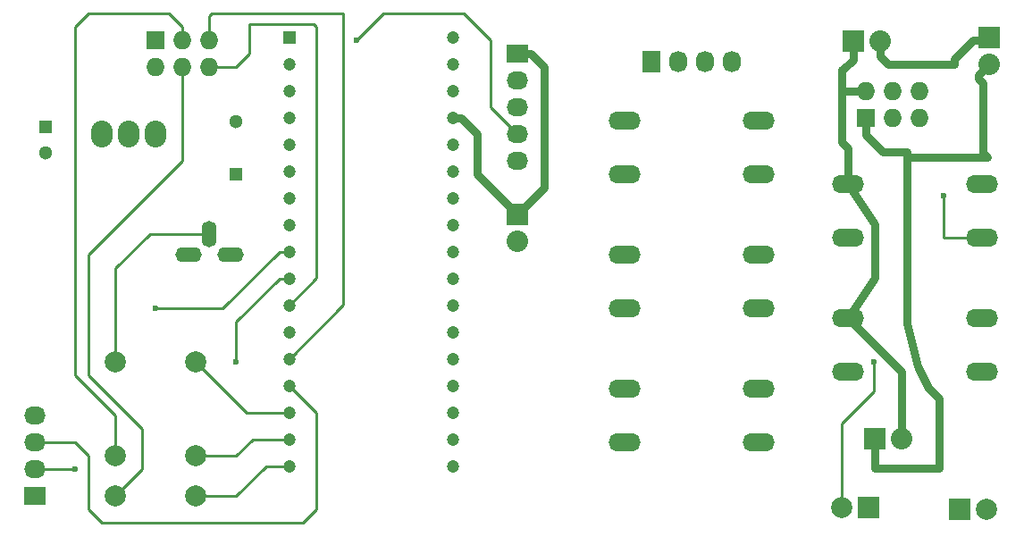
<source format=gbr>
G04 #@! TF.FileFunction,Copper,L2,Bot,Signal*
%FSLAX46Y46*%
G04 Gerber Fmt 4.6, Leading zero omitted, Abs format (unit mm)*
G04 Created by KiCad (PCBNEW 4.0.4-stable) date 2017 July 07, Friday 12:30:10*
%MOMM*%
%LPD*%
G01*
G04 APERTURE LIST*
%ADD10C,0.100000*%
%ADD11O,3.048000X1.727200*%
%ADD12R,2.000000X2.000000*%
%ADD13C,2.000000*%
%ADD14R,1.300000X1.300000*%
%ADD15C,1.300000*%
%ADD16R,1.727200X1.727200*%
%ADD17O,1.727200X1.727200*%
%ADD18R,2.032000X2.032000*%
%ADD19O,2.032000X2.032000*%
%ADD20O,1.400000X2.500000*%
%ADD21O,2.500000X1.400000*%
%ADD22C,1.998980*%
%ADD23O,2.032000X2.540000*%
%ADD24C,1.200000*%
%ADD25R,1.200000X1.200000*%
%ADD26R,2.032000X1.727200*%
%ADD27O,2.032000X1.727200*%
%ADD28R,1.727200X2.032000*%
%ADD29O,1.727200X2.032000*%
%ADD30C,0.600000*%
%ADD31C,0.750000*%
%ADD32C,0.250000*%
G04 APERTURE END LIST*
D10*
D11*
X108775500Y-166050000D03*
X108775500Y-160970000D03*
X121475500Y-166050000D03*
X121475500Y-160970000D03*
X100330000Y-142240000D03*
X100330000Y-147320000D03*
X87630000Y-142240000D03*
X87630000Y-147320000D03*
D12*
X110744000Y-178892200D03*
D13*
X108204000Y-178892200D03*
D14*
X32766000Y-142788000D03*
D15*
X32766000Y-145288000D03*
D14*
X50800000Y-147320000D03*
D15*
X50800000Y-142320000D03*
D12*
X119380000Y-179070000D03*
D13*
X121920000Y-179070000D03*
D16*
X110490000Y-141986000D03*
D17*
X110490000Y-139446000D03*
X113030000Y-141986000D03*
X113030000Y-139446000D03*
X115570000Y-141986000D03*
X115570000Y-139446000D03*
D18*
X111315500Y-172400000D03*
D19*
X113855500Y-172400000D03*
D16*
X43180000Y-134620000D03*
D17*
X43180000Y-137160000D03*
X45720000Y-134620000D03*
X45720000Y-137160000D03*
X48260000Y-134620000D03*
X48260000Y-137160000D03*
D20*
X48260000Y-152940000D03*
D21*
X46260000Y-154940000D03*
X50260000Y-154940000D03*
D22*
X39370000Y-165100000D03*
X46990000Y-165100000D03*
X46990000Y-173990000D03*
X39370000Y-173990000D03*
X46990000Y-177800000D03*
X39370000Y-177800000D03*
D11*
X100330000Y-154940000D03*
X100330000Y-160020000D03*
X87630000Y-154940000D03*
X87630000Y-160020000D03*
X100330000Y-167640000D03*
X100330000Y-172720000D03*
X87630000Y-167640000D03*
X87630000Y-172720000D03*
X108775500Y-153350000D03*
X108775500Y-148270000D03*
X121475500Y-153350000D03*
X121475500Y-148270000D03*
D23*
X40640000Y-143510000D03*
X43180000Y-143510000D03*
X38100000Y-143510000D03*
D24*
X71356000Y-134310000D03*
X71356000Y-136850000D03*
X71356000Y-139390000D03*
X71356000Y-141930000D03*
X71356000Y-144470000D03*
X71356000Y-147010000D03*
X71356000Y-149550000D03*
X71356000Y-152090000D03*
X71356000Y-154630000D03*
X71356000Y-157170000D03*
X71356000Y-159710000D03*
X71356000Y-162250000D03*
X71356000Y-164790000D03*
X71356000Y-167330000D03*
X71356000Y-169870000D03*
X71356000Y-172410000D03*
X71356000Y-174950000D03*
D25*
X55864000Y-134310000D03*
D24*
X55864000Y-136850000D03*
X55864000Y-139390000D03*
X55864000Y-141930000D03*
X55864000Y-144470000D03*
X55864000Y-147010000D03*
X55864000Y-149550000D03*
X55864000Y-152090000D03*
X55864000Y-154630000D03*
X55864000Y-157170000D03*
X55864000Y-159710000D03*
X55864000Y-162250000D03*
X55864000Y-164790000D03*
X55864000Y-167330000D03*
X55864000Y-169870000D03*
X55864000Y-172410000D03*
X55864000Y-174950000D03*
D18*
X77470000Y-151130000D03*
D19*
X77470000Y-153670000D03*
D26*
X77470000Y-135890000D03*
D27*
X77470000Y-138430000D03*
X77470000Y-140970000D03*
X77470000Y-143510000D03*
X77470000Y-146050000D03*
D18*
X109245400Y-134658100D03*
D19*
X111785400Y-134658100D03*
D18*
X122174000Y-134366000D03*
D19*
X122174000Y-136906000D03*
D26*
X31750000Y-177800000D03*
D27*
X31750000Y-175260000D03*
X31750000Y-172720000D03*
X31750000Y-170180000D03*
D28*
X90170000Y-136652000D03*
D29*
X92710000Y-136652000D03*
X95250000Y-136652000D03*
X97790000Y-136652000D03*
D30*
X111252000Y-165100000D03*
X43180000Y-160020000D03*
X35560000Y-175260000D03*
X50800000Y-165100000D03*
X117856000Y-149352000D03*
X62230000Y-134620000D03*
D31*
X77470000Y-151130000D02*
X80010000Y-148590000D01*
X78740000Y-135890000D02*
X77470000Y-135890000D01*
X80010000Y-137160000D02*
X78740000Y-135890000D01*
X80010000Y-148590000D02*
X80010000Y-137160000D01*
X71356000Y-141930000D02*
X72080000Y-141930000D01*
X73660000Y-147320000D02*
X77470000Y-151130000D01*
X73660000Y-143510000D02*
X73660000Y-147320000D01*
X72080000Y-141930000D02*
X73660000Y-143510000D01*
X108204000Y-137414000D02*
X108255500Y-137414000D01*
X108255500Y-137414000D02*
X109245400Y-136424100D01*
X109245400Y-136424100D02*
X109245400Y-134658100D01*
X108204000Y-139446000D02*
X108204000Y-137414000D01*
X108775500Y-148270000D02*
X108775500Y-144843500D01*
X108775500Y-144843500D02*
X108204000Y-144272000D01*
X108204000Y-144272000D02*
X108204000Y-139446000D01*
X108204000Y-139446000D02*
X110490000Y-139446000D01*
X108775500Y-160970000D02*
X111315500Y-157160000D01*
X111315500Y-152080000D02*
X108775500Y-148270000D01*
X111315500Y-157160000D02*
X111315500Y-152080000D01*
X113855500Y-172400000D02*
X113855500Y-166050000D01*
X113855500Y-166050000D02*
X108775500Y-160970000D01*
D32*
X108204000Y-170942000D02*
X111252000Y-167894000D01*
X111252000Y-167894000D02*
X111252000Y-165100000D01*
X108204000Y-177477987D02*
X108204000Y-170942000D01*
X108204000Y-178892200D02*
X108204000Y-177477987D01*
D31*
X120650000Y-134620000D02*
X118872000Y-136398000D01*
X118872000Y-136398000D02*
X118872000Y-136906000D01*
X122031318Y-134620000D02*
X120650000Y-134620000D01*
X122174000Y-134366000D02*
X122174000Y-134477318D01*
X122174000Y-134477318D02*
X122031318Y-134620000D01*
X111785400Y-134658100D02*
X111785400Y-136094940D01*
X111785400Y-136094940D02*
X112596460Y-136906000D01*
X112596460Y-136906000D02*
X118872000Y-136906000D01*
D32*
X55864000Y-154630000D02*
X54920000Y-154630000D01*
X49530000Y-160020000D02*
X43180000Y-160020000D01*
X54920000Y-154630000D02*
X49530000Y-160020000D01*
X35560000Y-175260000D02*
X31750000Y-175260000D01*
X55864000Y-157170000D02*
X54920000Y-157170000D01*
X50800000Y-161290000D02*
X50800000Y-165100000D01*
X54920000Y-157170000D02*
X50800000Y-161290000D01*
X35560000Y-172720000D02*
X31750000Y-172720000D01*
X58420000Y-169886000D02*
X55864000Y-167330000D01*
X58420000Y-179070000D02*
X58420000Y-169886000D01*
X57150000Y-180340000D02*
X58420000Y-179070000D01*
X38100000Y-180340000D02*
X57150000Y-180340000D01*
X36830000Y-179070000D02*
X38100000Y-180340000D01*
X36830000Y-173990000D02*
X36830000Y-179070000D01*
X35560000Y-172720000D02*
X36830000Y-173990000D01*
D31*
X121548999Y-138674001D02*
X121158001Y-138283003D01*
X121158001Y-138283003D02*
X121158001Y-137921999D01*
X121158001Y-137921999D02*
X122174000Y-136906000D01*
X110490000Y-141986000D02*
X110490000Y-143599600D01*
X110490000Y-143599600D02*
X112112400Y-145222000D01*
X112112400Y-145222000D02*
X114363500Y-145222000D01*
X121983500Y-145730000D02*
X121548999Y-145295499D01*
X121548999Y-145295499D02*
X121548999Y-138674001D01*
X114363500Y-145730000D02*
X121983500Y-145730000D01*
X111315500Y-172400000D02*
X111315500Y-175194000D01*
X114363500Y-161478000D02*
X114363500Y-145730000D01*
X114363500Y-145730000D02*
X114363500Y-145222000D01*
X115379500Y-165542000D02*
X114363500Y-161478000D01*
X116395500Y-167574000D02*
X115379500Y-165542000D01*
X117411500Y-168590000D02*
X116395500Y-167574000D01*
X117411500Y-175194000D02*
X117411500Y-168590000D01*
X111315500Y-175194000D02*
X117411500Y-175194000D01*
D32*
X117922000Y-153350000D02*
X117856000Y-153284000D01*
X117856000Y-153284000D02*
X117856000Y-149352000D01*
X121475500Y-153350000D02*
X117922000Y-153350000D01*
X45720000Y-134620000D02*
X45720000Y-133350000D01*
X39370000Y-170180000D02*
X39370000Y-173990000D01*
X35560000Y-166370000D02*
X39370000Y-170180000D01*
X35560000Y-133350000D02*
X35560000Y-166370000D01*
X36830000Y-132080000D02*
X35560000Y-133350000D01*
X44450000Y-132080000D02*
X36830000Y-132080000D01*
X45720000Y-133350000D02*
X44450000Y-132080000D01*
X39370000Y-177800000D02*
X41910000Y-175260000D01*
X45720000Y-146050000D02*
X45720000Y-137160000D01*
X36830000Y-154940000D02*
X45720000Y-146050000D01*
X36830000Y-166370000D02*
X36830000Y-154940000D01*
X41910000Y-171450000D02*
X36830000Y-166370000D01*
X41910000Y-175260000D02*
X41910000Y-171450000D01*
X48260000Y-132334000D02*
X48514000Y-132080000D01*
X48514000Y-132080000D02*
X60960000Y-132080000D01*
X48260000Y-134620000D02*
X48260000Y-132334000D01*
X60960000Y-159694000D02*
X55864000Y-164790000D01*
X60960000Y-132080000D02*
X60960000Y-159694000D01*
X48260000Y-137160000D02*
X50800000Y-137160000D01*
X50800000Y-137160000D02*
X52070000Y-135890000D01*
X52070000Y-135890000D02*
X52070000Y-133096000D01*
X52070000Y-133096000D02*
X58166000Y-133096000D01*
X58166000Y-133096000D02*
X58420000Y-133350000D01*
X58420000Y-133350000D02*
X58420000Y-157154000D01*
X58420000Y-157154000D02*
X55864000Y-159710000D01*
X74930000Y-140970000D02*
X77470000Y-143510000D01*
X74930000Y-134620000D02*
X74930000Y-140970000D01*
X72390000Y-132080000D02*
X74930000Y-134620000D01*
X64770000Y-132080000D02*
X72390000Y-132080000D01*
X62230000Y-134620000D02*
X64770000Y-132080000D01*
X55864000Y-169870000D02*
X51760000Y-169870000D01*
X51760000Y-169870000D02*
X46990000Y-165100000D01*
X55864000Y-172410000D02*
X52380000Y-172410000D01*
X50800000Y-173990000D02*
X46990000Y-173990000D01*
X52380000Y-172410000D02*
X50800000Y-173990000D01*
X55864000Y-174950000D02*
X53650000Y-174950000D01*
X50800000Y-177800000D02*
X46990000Y-177800000D01*
X53650000Y-174950000D02*
X50800000Y-177800000D01*
X39370000Y-165100000D02*
X39370000Y-156210000D01*
X42640000Y-152940000D02*
X48260000Y-152940000D01*
X39370000Y-156210000D02*
X42640000Y-152940000D01*
M02*

</source>
